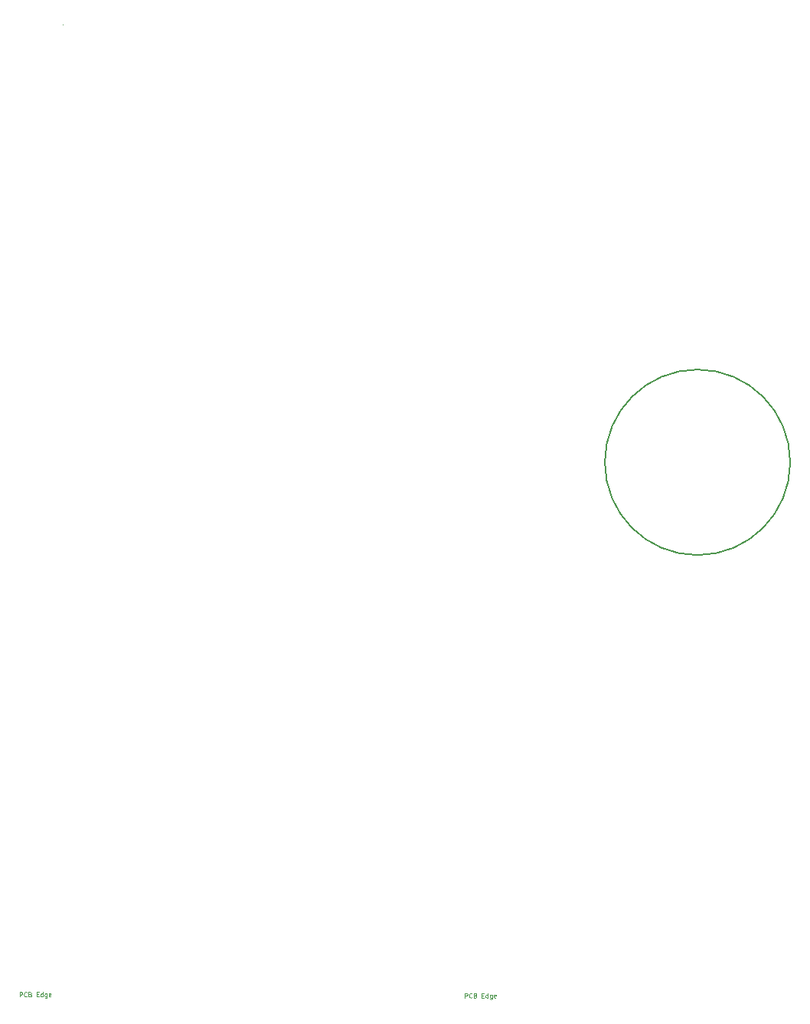
<source format=gbr>
G04 #@! TF.GenerationSoftware,KiCad,Pcbnew,8.0.0-rc1*
G04 #@! TF.CreationDate,2025-03-26T09:49:13+03:00*
G04 #@! TF.ProjectId,Movita_3566_HXV_Router_V4.1,4d6f7669-7461-45f3-9335-36365f485856,REV1*
G04 #@! TF.SameCoordinates,Original*
G04 #@! TF.FileFunction,OtherDrawing,Comment*
%FSLAX46Y46*%
G04 Gerber Fmt 4.6, Leading zero omitted, Abs format (unit mm)*
G04 Created by KiCad (PCBNEW 8.0.0-rc1) date 2025-03-26 09:49:13*
%MOMM*%
%LPD*%
G01*
G04 APERTURE LIST*
%ADD10C,0.000002*%
%ADD11C,0.080000*%
%ADD12C,0.150000*%
G04 APERTURE END LIST*
D10*
X110896097Y-59192609D02*
X110895868Y-59192609D01*
X110892642Y-59192609D02*
X110892642Y-59193218D01*
X110894578Y-59193218D02*
X110894807Y-59193218D01*
X110888770Y-59193218D02*
X110888999Y-59193218D01*
X110887325Y-59193622D02*
G75*
G02*
X110887071Y-59193622I-127J0D01*
G01*
X110891675Y-59193218D02*
X110891903Y-59193218D01*
X110896576Y-59193348D02*
G75*
G02*
X110896830Y-59193348I127J0D01*
G01*
X110889415Y-59193218D02*
X110889644Y-59193218D01*
X110894484Y-59192609D02*
X110894484Y-59193218D01*
X110892226Y-59192609D02*
X110892226Y-59193218D01*
X110887071Y-59193348D02*
X110887071Y-59193622D01*
X110894578Y-59192609D02*
X110894578Y-59193218D01*
X110891903Y-59192609D02*
X110891675Y-59192609D01*
X110889644Y-59192609D02*
X110889644Y-59193218D01*
X110894161Y-59192609D02*
X110893933Y-59192609D01*
X110893839Y-59192609D02*
X110893610Y-59192609D01*
X110893933Y-59192609D02*
X110893933Y-59193218D01*
X110896097Y-59192609D02*
X110896097Y-59193218D01*
X110886969Y-59193348D02*
X110886969Y-59193622D01*
X110895223Y-59193218D02*
X110895452Y-59193218D01*
X110891581Y-59192609D02*
X110891581Y-59193218D01*
X110895774Y-59192609D02*
X110895774Y-59193218D01*
X110889644Y-59192609D02*
X110889415Y-59192609D01*
X110888448Y-59193218D02*
X110888676Y-59193218D01*
X110887325Y-59193348D02*
X110887325Y-59193622D01*
X110894161Y-59192609D02*
X110894161Y-59193218D01*
X110888999Y-59192609D02*
X110888770Y-59192609D01*
X110889967Y-59192609D02*
X110889967Y-59193218D01*
X110894900Y-59192713D02*
X110894900Y-59193322D01*
X110888125Y-59193218D02*
X110888354Y-59193218D01*
X110891997Y-59192609D02*
X110891997Y-59193218D01*
X110894900Y-59193322D02*
X110895129Y-59193322D01*
X110896576Y-59193348D02*
X110896576Y-59193622D01*
X110892871Y-59192609D02*
X110892642Y-59192609D01*
X110893288Y-59192609D02*
X110893288Y-59193218D01*
X110891997Y-59193218D02*
X110892226Y-59193218D01*
X110888448Y-59192609D02*
X110888448Y-59193218D01*
X110889415Y-59192609D02*
X110889415Y-59193218D01*
X110889093Y-59193218D02*
X110889321Y-59193218D01*
X110893839Y-59192609D02*
X110893839Y-59193218D01*
X110892965Y-59192609D02*
X110892965Y-59193218D01*
X110892320Y-59192713D02*
X110892320Y-59193323D01*
X110892226Y-59192609D02*
X110891997Y-59192609D01*
X110892965Y-59193218D02*
X110893194Y-59193218D01*
X110893610Y-59193218D02*
X110893839Y-59193218D01*
X110896830Y-59193622D02*
G75*
G02*
X110896576Y-59193622I-127J0D01*
G01*
X110895774Y-59192609D02*
X110895546Y-59192609D01*
X110894255Y-59193218D02*
X110894484Y-59193218D01*
X110895129Y-59192713D02*
X110895129Y-59193322D01*
X110886969Y-59193348D02*
G75*
G02*
X110887427Y-59193348I229J0D01*
G01*
X110896931Y-59193622D02*
G75*
G02*
X110896473Y-59193622I-229J-1D01*
G01*
X110893516Y-59192609D02*
X110893516Y-59193218D01*
X110896474Y-59193348D02*
G75*
G02*
X110896930Y-59193348I228J0D01*
G01*
X110893516Y-59192609D02*
X110893288Y-59192609D01*
X110888770Y-59192609D02*
X110888770Y-59193218D01*
X110888354Y-59192609D02*
X110888125Y-59192609D01*
X110888125Y-59192609D02*
X110888125Y-59193218D01*
X110889738Y-59192609D02*
X110889738Y-59193218D01*
X110894807Y-59192609D02*
X110894807Y-59193218D01*
X110889321Y-59192609D02*
X110889321Y-59193218D01*
X110894255Y-59192609D02*
X110894255Y-59193218D01*
X110892320Y-59193323D02*
X110892548Y-59193323D01*
X110895868Y-59192609D02*
X110895868Y-59193218D01*
X110895868Y-59193218D02*
X110896097Y-59193218D01*
X110896369Y-59193676D02*
G75*
G02*
X110895961Y-59193676I-204J0D01*
G01*
X110895961Y-59193676D02*
G75*
G02*
X110896369Y-59193676I204J0D01*
G01*
X110891675Y-59192609D02*
X110891675Y-59193218D01*
X110894484Y-59192609D02*
X110894255Y-59192609D01*
X110895546Y-59193218D02*
X110895774Y-59193218D01*
X110895223Y-59192609D02*
X110895223Y-59193218D01*
X110893610Y-59192609D02*
X110893610Y-59193218D01*
X110888354Y-59192609D02*
X110888354Y-59193218D01*
X110893933Y-59193218D02*
X110894161Y-59193218D01*
X110893288Y-59193218D02*
X110893516Y-59193218D01*
X110891903Y-59192609D02*
X110891903Y-59193218D01*
X110891352Y-59193218D02*
X110891581Y-59193218D01*
X110895452Y-59192609D02*
X110895223Y-59192609D01*
X110892871Y-59192609D02*
X110892871Y-59193218D01*
X110895546Y-59192609D02*
X110895546Y-59193218D01*
X110893194Y-59192609D02*
X110892965Y-59192609D01*
X110887427Y-59193348D02*
X110887427Y-59193622D01*
X110894807Y-59192609D02*
X110894578Y-59192609D01*
X110887938Y-59193676D02*
G75*
G02*
X110887532Y-59193676I-203J0D01*
G01*
X110887532Y-59193676D02*
G75*
G02*
X110887938Y-59193676I203J0D01*
G01*
X110896931Y-59193348D02*
X110896931Y-59193622D01*
X110889093Y-59192609D02*
X110889093Y-59193218D01*
X110887802Y-59192609D02*
X110887802Y-59193218D01*
X110889321Y-59192609D02*
X110889093Y-59192609D01*
X110892548Y-59192713D02*
X110892320Y-59192713D01*
X110891581Y-59192609D02*
X110891352Y-59192609D01*
X110891352Y-59192609D02*
X110891352Y-59193218D01*
X110888999Y-59192609D02*
X110888999Y-59193218D01*
X110888031Y-59192609D02*
X110887802Y-59192609D01*
X110888031Y-59192609D02*
X110888031Y-59193218D01*
X110887802Y-59193218D02*
X110888031Y-59193218D01*
X110888676Y-59192609D02*
X110888676Y-59193218D01*
X110893194Y-59192609D02*
X110893194Y-59193218D01*
X110892642Y-59193218D02*
X110892871Y-59193218D01*
X110896474Y-59193348D02*
X110896474Y-59193622D01*
X110889738Y-59193218D02*
X110889967Y-59193218D01*
X110888676Y-59192609D02*
X110888448Y-59192609D01*
X110889967Y-59192609D02*
X110889738Y-59192609D01*
X110895452Y-59192609D02*
X110895452Y-59193218D01*
X110887071Y-59193348D02*
G75*
G02*
X110887325Y-59193348I127J0D01*
G01*
X110895129Y-59192713D02*
X110894900Y-59192713D01*
X110896830Y-59193348D02*
X110896830Y-59193622D01*
X110892548Y-59192713D02*
X110892548Y-59193323D01*
X110887427Y-59193622D02*
G75*
G02*
X110886969Y-59193622I-229J0D01*
G01*
D11*
X106150714Y-166587149D02*
X106150714Y-166087149D01*
X106150714Y-166087149D02*
X106341190Y-166087149D01*
X106341190Y-166087149D02*
X106388809Y-166110959D01*
X106388809Y-166110959D02*
X106412619Y-166134768D01*
X106412619Y-166134768D02*
X106436428Y-166182387D01*
X106436428Y-166182387D02*
X106436428Y-166253816D01*
X106436428Y-166253816D02*
X106412619Y-166301435D01*
X106412619Y-166301435D02*
X106388809Y-166325244D01*
X106388809Y-166325244D02*
X106341190Y-166349054D01*
X106341190Y-166349054D02*
X106150714Y-166349054D01*
X106936428Y-166539530D02*
X106912619Y-166563340D01*
X106912619Y-166563340D02*
X106841190Y-166587149D01*
X106841190Y-166587149D02*
X106793571Y-166587149D01*
X106793571Y-166587149D02*
X106722143Y-166563340D01*
X106722143Y-166563340D02*
X106674524Y-166515720D01*
X106674524Y-166515720D02*
X106650714Y-166468101D01*
X106650714Y-166468101D02*
X106626905Y-166372863D01*
X106626905Y-166372863D02*
X106626905Y-166301435D01*
X106626905Y-166301435D02*
X106650714Y-166206197D01*
X106650714Y-166206197D02*
X106674524Y-166158578D01*
X106674524Y-166158578D02*
X106722143Y-166110959D01*
X106722143Y-166110959D02*
X106793571Y-166087149D01*
X106793571Y-166087149D02*
X106841190Y-166087149D01*
X106841190Y-166087149D02*
X106912619Y-166110959D01*
X106912619Y-166110959D02*
X106936428Y-166134768D01*
X107317381Y-166325244D02*
X107388809Y-166349054D01*
X107388809Y-166349054D02*
X107412619Y-166372863D01*
X107412619Y-166372863D02*
X107436428Y-166420482D01*
X107436428Y-166420482D02*
X107436428Y-166491911D01*
X107436428Y-166491911D02*
X107412619Y-166539530D01*
X107412619Y-166539530D02*
X107388809Y-166563340D01*
X107388809Y-166563340D02*
X107341190Y-166587149D01*
X107341190Y-166587149D02*
X107150714Y-166587149D01*
X107150714Y-166587149D02*
X107150714Y-166087149D01*
X107150714Y-166087149D02*
X107317381Y-166087149D01*
X107317381Y-166087149D02*
X107365000Y-166110959D01*
X107365000Y-166110959D02*
X107388809Y-166134768D01*
X107388809Y-166134768D02*
X107412619Y-166182387D01*
X107412619Y-166182387D02*
X107412619Y-166230006D01*
X107412619Y-166230006D02*
X107388809Y-166277625D01*
X107388809Y-166277625D02*
X107365000Y-166301435D01*
X107365000Y-166301435D02*
X107317381Y-166325244D01*
X107317381Y-166325244D02*
X107150714Y-166325244D01*
X108031666Y-166325244D02*
X108198333Y-166325244D01*
X108269761Y-166587149D02*
X108031666Y-166587149D01*
X108031666Y-166587149D02*
X108031666Y-166087149D01*
X108031666Y-166087149D02*
X108269761Y-166087149D01*
X108698333Y-166587149D02*
X108698333Y-166087149D01*
X108698333Y-166563340D02*
X108650714Y-166587149D01*
X108650714Y-166587149D02*
X108555476Y-166587149D01*
X108555476Y-166587149D02*
X108507857Y-166563340D01*
X108507857Y-166563340D02*
X108484047Y-166539530D01*
X108484047Y-166539530D02*
X108460238Y-166491911D01*
X108460238Y-166491911D02*
X108460238Y-166349054D01*
X108460238Y-166349054D02*
X108484047Y-166301435D01*
X108484047Y-166301435D02*
X108507857Y-166277625D01*
X108507857Y-166277625D02*
X108555476Y-166253816D01*
X108555476Y-166253816D02*
X108650714Y-166253816D01*
X108650714Y-166253816D02*
X108698333Y-166277625D01*
X109150714Y-166253816D02*
X109150714Y-166658578D01*
X109150714Y-166658578D02*
X109126904Y-166706197D01*
X109126904Y-166706197D02*
X109103095Y-166730006D01*
X109103095Y-166730006D02*
X109055476Y-166753816D01*
X109055476Y-166753816D02*
X108984047Y-166753816D01*
X108984047Y-166753816D02*
X108936428Y-166730006D01*
X109150714Y-166563340D02*
X109103095Y-166587149D01*
X109103095Y-166587149D02*
X109007857Y-166587149D01*
X109007857Y-166587149D02*
X108960238Y-166563340D01*
X108960238Y-166563340D02*
X108936428Y-166539530D01*
X108936428Y-166539530D02*
X108912619Y-166491911D01*
X108912619Y-166491911D02*
X108912619Y-166349054D01*
X108912619Y-166349054D02*
X108936428Y-166301435D01*
X108936428Y-166301435D02*
X108960238Y-166277625D01*
X108960238Y-166277625D02*
X109007857Y-166253816D01*
X109007857Y-166253816D02*
X109103095Y-166253816D01*
X109103095Y-166253816D02*
X109150714Y-166277625D01*
X109579285Y-166563340D02*
X109531666Y-166587149D01*
X109531666Y-166587149D02*
X109436428Y-166587149D01*
X109436428Y-166587149D02*
X109388809Y-166563340D01*
X109388809Y-166563340D02*
X109365000Y-166515720D01*
X109365000Y-166515720D02*
X109365000Y-166325244D01*
X109365000Y-166325244D02*
X109388809Y-166277625D01*
X109388809Y-166277625D02*
X109436428Y-166253816D01*
X109436428Y-166253816D02*
X109531666Y-166253816D01*
X109531666Y-166253816D02*
X109579285Y-166277625D01*
X109579285Y-166277625D02*
X109603095Y-166325244D01*
X109603095Y-166325244D02*
X109603095Y-166372863D01*
X109603095Y-166372863D02*
X109365000Y-166420482D01*
X155380714Y-166707149D02*
X155380714Y-166207149D01*
X155380714Y-166207149D02*
X155571190Y-166207149D01*
X155571190Y-166207149D02*
X155618809Y-166230959D01*
X155618809Y-166230959D02*
X155642619Y-166254768D01*
X155642619Y-166254768D02*
X155666428Y-166302387D01*
X155666428Y-166302387D02*
X155666428Y-166373816D01*
X155666428Y-166373816D02*
X155642619Y-166421435D01*
X155642619Y-166421435D02*
X155618809Y-166445244D01*
X155618809Y-166445244D02*
X155571190Y-166469054D01*
X155571190Y-166469054D02*
X155380714Y-166469054D01*
X156166428Y-166659530D02*
X156142619Y-166683340D01*
X156142619Y-166683340D02*
X156071190Y-166707149D01*
X156071190Y-166707149D02*
X156023571Y-166707149D01*
X156023571Y-166707149D02*
X155952143Y-166683340D01*
X155952143Y-166683340D02*
X155904524Y-166635720D01*
X155904524Y-166635720D02*
X155880714Y-166588101D01*
X155880714Y-166588101D02*
X155856905Y-166492863D01*
X155856905Y-166492863D02*
X155856905Y-166421435D01*
X155856905Y-166421435D02*
X155880714Y-166326197D01*
X155880714Y-166326197D02*
X155904524Y-166278578D01*
X155904524Y-166278578D02*
X155952143Y-166230959D01*
X155952143Y-166230959D02*
X156023571Y-166207149D01*
X156023571Y-166207149D02*
X156071190Y-166207149D01*
X156071190Y-166207149D02*
X156142619Y-166230959D01*
X156142619Y-166230959D02*
X156166428Y-166254768D01*
X156547381Y-166445244D02*
X156618809Y-166469054D01*
X156618809Y-166469054D02*
X156642619Y-166492863D01*
X156642619Y-166492863D02*
X156666428Y-166540482D01*
X156666428Y-166540482D02*
X156666428Y-166611911D01*
X156666428Y-166611911D02*
X156642619Y-166659530D01*
X156642619Y-166659530D02*
X156618809Y-166683340D01*
X156618809Y-166683340D02*
X156571190Y-166707149D01*
X156571190Y-166707149D02*
X156380714Y-166707149D01*
X156380714Y-166707149D02*
X156380714Y-166207149D01*
X156380714Y-166207149D02*
X156547381Y-166207149D01*
X156547381Y-166207149D02*
X156595000Y-166230959D01*
X156595000Y-166230959D02*
X156618809Y-166254768D01*
X156618809Y-166254768D02*
X156642619Y-166302387D01*
X156642619Y-166302387D02*
X156642619Y-166350006D01*
X156642619Y-166350006D02*
X156618809Y-166397625D01*
X156618809Y-166397625D02*
X156595000Y-166421435D01*
X156595000Y-166421435D02*
X156547381Y-166445244D01*
X156547381Y-166445244D02*
X156380714Y-166445244D01*
X157261666Y-166445244D02*
X157428333Y-166445244D01*
X157499761Y-166707149D02*
X157261666Y-166707149D01*
X157261666Y-166707149D02*
X157261666Y-166207149D01*
X157261666Y-166207149D02*
X157499761Y-166207149D01*
X157928333Y-166707149D02*
X157928333Y-166207149D01*
X157928333Y-166683340D02*
X157880714Y-166707149D01*
X157880714Y-166707149D02*
X157785476Y-166707149D01*
X157785476Y-166707149D02*
X157737857Y-166683340D01*
X157737857Y-166683340D02*
X157714047Y-166659530D01*
X157714047Y-166659530D02*
X157690238Y-166611911D01*
X157690238Y-166611911D02*
X157690238Y-166469054D01*
X157690238Y-166469054D02*
X157714047Y-166421435D01*
X157714047Y-166421435D02*
X157737857Y-166397625D01*
X157737857Y-166397625D02*
X157785476Y-166373816D01*
X157785476Y-166373816D02*
X157880714Y-166373816D01*
X157880714Y-166373816D02*
X157928333Y-166397625D01*
X158380714Y-166373816D02*
X158380714Y-166778578D01*
X158380714Y-166778578D02*
X158356904Y-166826197D01*
X158356904Y-166826197D02*
X158333095Y-166850006D01*
X158333095Y-166850006D02*
X158285476Y-166873816D01*
X158285476Y-166873816D02*
X158214047Y-166873816D01*
X158214047Y-166873816D02*
X158166428Y-166850006D01*
X158380714Y-166683340D02*
X158333095Y-166707149D01*
X158333095Y-166707149D02*
X158237857Y-166707149D01*
X158237857Y-166707149D02*
X158190238Y-166683340D01*
X158190238Y-166683340D02*
X158166428Y-166659530D01*
X158166428Y-166659530D02*
X158142619Y-166611911D01*
X158142619Y-166611911D02*
X158142619Y-166469054D01*
X158142619Y-166469054D02*
X158166428Y-166421435D01*
X158166428Y-166421435D02*
X158190238Y-166397625D01*
X158190238Y-166397625D02*
X158237857Y-166373816D01*
X158237857Y-166373816D02*
X158333095Y-166373816D01*
X158333095Y-166373816D02*
X158380714Y-166397625D01*
X158809285Y-166683340D02*
X158761666Y-166707149D01*
X158761666Y-166707149D02*
X158666428Y-166707149D01*
X158666428Y-166707149D02*
X158618809Y-166683340D01*
X158618809Y-166683340D02*
X158595000Y-166635720D01*
X158595000Y-166635720D02*
X158595000Y-166445244D01*
X158595000Y-166445244D02*
X158618809Y-166397625D01*
X158618809Y-166397625D02*
X158666428Y-166373816D01*
X158666428Y-166373816D02*
X158761666Y-166373816D01*
X158761666Y-166373816D02*
X158809285Y-166397625D01*
X158809285Y-166397625D02*
X158833095Y-166445244D01*
X158833095Y-166445244D02*
X158833095Y-166492863D01*
X158833095Y-166492863D02*
X158595000Y-166540482D01*
D12*
X191365667Y-107559999D02*
G75*
G02*
X170865667Y-107559999I-10250000J0D01*
G01*
X170865667Y-107559999D02*
G75*
G02*
X191365667Y-107559999I10250000J0D01*
G01*
M02*

</source>
